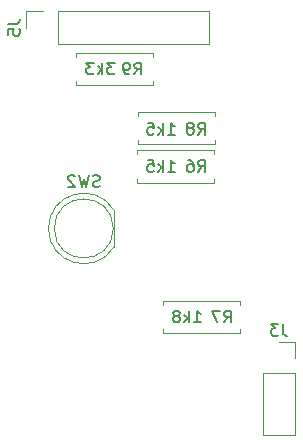
<source format=gbr>
%TF.GenerationSoftware,KiCad,Pcbnew,9.0.7*%
%TF.CreationDate,2026-01-25T23:07:14+01:00*%
%TF.ProjectId,DiceDIP_UpperPart,44696365-4449-4505-9f55-707065725061,rev?*%
%TF.SameCoordinates,Original*%
%TF.FileFunction,Legend,Bot*%
%TF.FilePolarity,Positive*%
%FSLAX46Y46*%
G04 Gerber Fmt 4.6, Leading zero omitted, Abs format (unit mm)*
G04 Created by KiCad (PCBNEW 9.0.7) date 2026-01-25 23:07:14*
%MOMM*%
%LPD*%
G01*
G04 APERTURE LIST*
%ADD10C,0.150000*%
%ADD11C,0.120000*%
G04 APERTURE END LIST*
D10*
X130333333Y-103074819D02*
X130333333Y-103789104D01*
X130333333Y-103789104D02*
X130380952Y-103931961D01*
X130380952Y-103931961D02*
X130476190Y-104027200D01*
X130476190Y-104027200D02*
X130619047Y-104074819D01*
X130619047Y-104074819D02*
X130714285Y-104074819D01*
X129952380Y-103074819D02*
X129333333Y-103074819D01*
X129333333Y-103074819D02*
X129666666Y-103455771D01*
X129666666Y-103455771D02*
X129523809Y-103455771D01*
X129523809Y-103455771D02*
X129428571Y-103503390D01*
X129428571Y-103503390D02*
X129380952Y-103551009D01*
X129380952Y-103551009D02*
X129333333Y-103646247D01*
X129333333Y-103646247D02*
X129333333Y-103884342D01*
X129333333Y-103884342D02*
X129380952Y-103979580D01*
X129380952Y-103979580D02*
X129428571Y-104027200D01*
X129428571Y-104027200D02*
X129523809Y-104074819D01*
X129523809Y-104074819D02*
X129809523Y-104074819D01*
X129809523Y-104074819D02*
X129904761Y-104027200D01*
X129904761Y-104027200D02*
X129952380Y-103979580D01*
X125366666Y-102954819D02*
X125699999Y-102478628D01*
X125938094Y-102954819D02*
X125938094Y-101954819D01*
X125938094Y-101954819D02*
X125557142Y-101954819D01*
X125557142Y-101954819D02*
X125461904Y-102002438D01*
X125461904Y-102002438D02*
X125414285Y-102050057D01*
X125414285Y-102050057D02*
X125366666Y-102145295D01*
X125366666Y-102145295D02*
X125366666Y-102288152D01*
X125366666Y-102288152D02*
X125414285Y-102383390D01*
X125414285Y-102383390D02*
X125461904Y-102431009D01*
X125461904Y-102431009D02*
X125557142Y-102478628D01*
X125557142Y-102478628D02*
X125938094Y-102478628D01*
X125033332Y-101954819D02*
X124366666Y-101954819D01*
X124366666Y-101954819D02*
X124795237Y-102954819D01*
X122795238Y-102954819D02*
X123366666Y-102954819D01*
X123080952Y-102954819D02*
X123080952Y-101954819D01*
X123080952Y-101954819D02*
X123176190Y-102097676D01*
X123176190Y-102097676D02*
X123271428Y-102192914D01*
X123271428Y-102192914D02*
X123366666Y-102240533D01*
X122366666Y-102954819D02*
X122366666Y-101954819D01*
X122271428Y-102573866D02*
X121985714Y-102954819D01*
X121985714Y-102288152D02*
X122366666Y-102669104D01*
X121414285Y-102383390D02*
X121509523Y-102335771D01*
X121509523Y-102335771D02*
X121557142Y-102288152D01*
X121557142Y-102288152D02*
X121604761Y-102192914D01*
X121604761Y-102192914D02*
X121604761Y-102145295D01*
X121604761Y-102145295D02*
X121557142Y-102050057D01*
X121557142Y-102050057D02*
X121509523Y-102002438D01*
X121509523Y-102002438D02*
X121414285Y-101954819D01*
X121414285Y-101954819D02*
X121223809Y-101954819D01*
X121223809Y-101954819D02*
X121128571Y-102002438D01*
X121128571Y-102002438D02*
X121080952Y-102050057D01*
X121080952Y-102050057D02*
X121033333Y-102145295D01*
X121033333Y-102145295D02*
X121033333Y-102192914D01*
X121033333Y-102192914D02*
X121080952Y-102288152D01*
X121080952Y-102288152D02*
X121128571Y-102335771D01*
X121128571Y-102335771D02*
X121223809Y-102383390D01*
X121223809Y-102383390D02*
X121414285Y-102383390D01*
X121414285Y-102383390D02*
X121509523Y-102431009D01*
X121509523Y-102431009D02*
X121557142Y-102478628D01*
X121557142Y-102478628D02*
X121604761Y-102573866D01*
X121604761Y-102573866D02*
X121604761Y-102764342D01*
X121604761Y-102764342D02*
X121557142Y-102859580D01*
X121557142Y-102859580D02*
X121509523Y-102907200D01*
X121509523Y-102907200D02*
X121414285Y-102954819D01*
X121414285Y-102954819D02*
X121223809Y-102954819D01*
X121223809Y-102954819D02*
X121128571Y-102907200D01*
X121128571Y-102907200D02*
X121080952Y-102859580D01*
X121080952Y-102859580D02*
X121033333Y-102764342D01*
X121033333Y-102764342D02*
X121033333Y-102573866D01*
X121033333Y-102573866D02*
X121080952Y-102478628D01*
X121080952Y-102478628D02*
X121128571Y-102431009D01*
X121128571Y-102431009D02*
X121223809Y-102383390D01*
X107074819Y-77666666D02*
X107789104Y-77666666D01*
X107789104Y-77666666D02*
X107931961Y-77619047D01*
X107931961Y-77619047D02*
X108027200Y-77523809D01*
X108027200Y-77523809D02*
X108074819Y-77380952D01*
X108074819Y-77380952D02*
X108074819Y-77285714D01*
X107074819Y-78619047D02*
X107074819Y-78142857D01*
X107074819Y-78142857D02*
X107551009Y-78095238D01*
X107551009Y-78095238D02*
X107503390Y-78142857D01*
X107503390Y-78142857D02*
X107455771Y-78238095D01*
X107455771Y-78238095D02*
X107455771Y-78476190D01*
X107455771Y-78476190D02*
X107503390Y-78571428D01*
X107503390Y-78571428D02*
X107551009Y-78619047D01*
X107551009Y-78619047D02*
X107646247Y-78666666D01*
X107646247Y-78666666D02*
X107884342Y-78666666D01*
X107884342Y-78666666D02*
X107979580Y-78619047D01*
X107979580Y-78619047D02*
X108027200Y-78571428D01*
X108027200Y-78571428D02*
X108074819Y-78476190D01*
X108074819Y-78476190D02*
X108074819Y-78238095D01*
X108074819Y-78238095D02*
X108027200Y-78142857D01*
X108027200Y-78142857D02*
X107979580Y-78095238D01*
X114813332Y-91447200D02*
X114670475Y-91494819D01*
X114670475Y-91494819D02*
X114432380Y-91494819D01*
X114432380Y-91494819D02*
X114337142Y-91447200D01*
X114337142Y-91447200D02*
X114289523Y-91399580D01*
X114289523Y-91399580D02*
X114241904Y-91304342D01*
X114241904Y-91304342D02*
X114241904Y-91209104D01*
X114241904Y-91209104D02*
X114289523Y-91113866D01*
X114289523Y-91113866D02*
X114337142Y-91066247D01*
X114337142Y-91066247D02*
X114432380Y-91018628D01*
X114432380Y-91018628D02*
X114622856Y-90971009D01*
X114622856Y-90971009D02*
X114718094Y-90923390D01*
X114718094Y-90923390D02*
X114765713Y-90875771D01*
X114765713Y-90875771D02*
X114813332Y-90780533D01*
X114813332Y-90780533D02*
X114813332Y-90685295D01*
X114813332Y-90685295D02*
X114765713Y-90590057D01*
X114765713Y-90590057D02*
X114718094Y-90542438D01*
X114718094Y-90542438D02*
X114622856Y-90494819D01*
X114622856Y-90494819D02*
X114384761Y-90494819D01*
X114384761Y-90494819D02*
X114241904Y-90542438D01*
X113908570Y-90494819D02*
X113670475Y-91494819D01*
X113670475Y-91494819D02*
X113479999Y-90780533D01*
X113479999Y-90780533D02*
X113289523Y-91494819D01*
X113289523Y-91494819D02*
X113051428Y-90494819D01*
X112718094Y-90590057D02*
X112670475Y-90542438D01*
X112670475Y-90542438D02*
X112575237Y-90494819D01*
X112575237Y-90494819D02*
X112337142Y-90494819D01*
X112337142Y-90494819D02*
X112241904Y-90542438D01*
X112241904Y-90542438D02*
X112194285Y-90590057D01*
X112194285Y-90590057D02*
X112146666Y-90685295D01*
X112146666Y-90685295D02*
X112146666Y-90780533D01*
X112146666Y-90780533D02*
X112194285Y-90923390D01*
X112194285Y-90923390D02*
X112765713Y-91494819D01*
X112765713Y-91494819D02*
X112146666Y-91494819D01*
X123166666Y-87054819D02*
X123499999Y-86578628D01*
X123738094Y-87054819D02*
X123738094Y-86054819D01*
X123738094Y-86054819D02*
X123357142Y-86054819D01*
X123357142Y-86054819D02*
X123261904Y-86102438D01*
X123261904Y-86102438D02*
X123214285Y-86150057D01*
X123214285Y-86150057D02*
X123166666Y-86245295D01*
X123166666Y-86245295D02*
X123166666Y-86388152D01*
X123166666Y-86388152D02*
X123214285Y-86483390D01*
X123214285Y-86483390D02*
X123261904Y-86531009D01*
X123261904Y-86531009D02*
X123357142Y-86578628D01*
X123357142Y-86578628D02*
X123738094Y-86578628D01*
X122595237Y-86483390D02*
X122690475Y-86435771D01*
X122690475Y-86435771D02*
X122738094Y-86388152D01*
X122738094Y-86388152D02*
X122785713Y-86292914D01*
X122785713Y-86292914D02*
X122785713Y-86245295D01*
X122785713Y-86245295D02*
X122738094Y-86150057D01*
X122738094Y-86150057D02*
X122690475Y-86102438D01*
X122690475Y-86102438D02*
X122595237Y-86054819D01*
X122595237Y-86054819D02*
X122404761Y-86054819D01*
X122404761Y-86054819D02*
X122309523Y-86102438D01*
X122309523Y-86102438D02*
X122261904Y-86150057D01*
X122261904Y-86150057D02*
X122214285Y-86245295D01*
X122214285Y-86245295D02*
X122214285Y-86292914D01*
X122214285Y-86292914D02*
X122261904Y-86388152D01*
X122261904Y-86388152D02*
X122309523Y-86435771D01*
X122309523Y-86435771D02*
X122404761Y-86483390D01*
X122404761Y-86483390D02*
X122595237Y-86483390D01*
X122595237Y-86483390D02*
X122690475Y-86531009D01*
X122690475Y-86531009D02*
X122738094Y-86578628D01*
X122738094Y-86578628D02*
X122785713Y-86673866D01*
X122785713Y-86673866D02*
X122785713Y-86864342D01*
X122785713Y-86864342D02*
X122738094Y-86959580D01*
X122738094Y-86959580D02*
X122690475Y-87007200D01*
X122690475Y-87007200D02*
X122595237Y-87054819D01*
X122595237Y-87054819D02*
X122404761Y-87054819D01*
X122404761Y-87054819D02*
X122309523Y-87007200D01*
X122309523Y-87007200D02*
X122261904Y-86959580D01*
X122261904Y-86959580D02*
X122214285Y-86864342D01*
X122214285Y-86864342D02*
X122214285Y-86673866D01*
X122214285Y-86673866D02*
X122261904Y-86578628D01*
X122261904Y-86578628D02*
X122309523Y-86531009D01*
X122309523Y-86531009D02*
X122404761Y-86483390D01*
X120595238Y-87054819D02*
X121166666Y-87054819D01*
X120880952Y-87054819D02*
X120880952Y-86054819D01*
X120880952Y-86054819D02*
X120976190Y-86197676D01*
X120976190Y-86197676D02*
X121071428Y-86292914D01*
X121071428Y-86292914D02*
X121166666Y-86340533D01*
X120166666Y-87054819D02*
X120166666Y-86054819D01*
X120071428Y-86673866D02*
X119785714Y-87054819D01*
X119785714Y-86388152D02*
X120166666Y-86769104D01*
X118880952Y-86054819D02*
X119357142Y-86054819D01*
X119357142Y-86054819D02*
X119404761Y-86531009D01*
X119404761Y-86531009D02*
X119357142Y-86483390D01*
X119357142Y-86483390D02*
X119261904Y-86435771D01*
X119261904Y-86435771D02*
X119023809Y-86435771D01*
X119023809Y-86435771D02*
X118928571Y-86483390D01*
X118928571Y-86483390D02*
X118880952Y-86531009D01*
X118880952Y-86531009D02*
X118833333Y-86626247D01*
X118833333Y-86626247D02*
X118833333Y-86864342D01*
X118833333Y-86864342D02*
X118880952Y-86959580D01*
X118880952Y-86959580D02*
X118928571Y-87007200D01*
X118928571Y-87007200D02*
X119023809Y-87054819D01*
X119023809Y-87054819D02*
X119261904Y-87054819D01*
X119261904Y-87054819D02*
X119357142Y-87007200D01*
X119357142Y-87007200D02*
X119404761Y-86959580D01*
X123166666Y-90204819D02*
X123499999Y-89728628D01*
X123738094Y-90204819D02*
X123738094Y-89204819D01*
X123738094Y-89204819D02*
X123357142Y-89204819D01*
X123357142Y-89204819D02*
X123261904Y-89252438D01*
X123261904Y-89252438D02*
X123214285Y-89300057D01*
X123214285Y-89300057D02*
X123166666Y-89395295D01*
X123166666Y-89395295D02*
X123166666Y-89538152D01*
X123166666Y-89538152D02*
X123214285Y-89633390D01*
X123214285Y-89633390D02*
X123261904Y-89681009D01*
X123261904Y-89681009D02*
X123357142Y-89728628D01*
X123357142Y-89728628D02*
X123738094Y-89728628D01*
X122309523Y-89204819D02*
X122499999Y-89204819D01*
X122499999Y-89204819D02*
X122595237Y-89252438D01*
X122595237Y-89252438D02*
X122642856Y-89300057D01*
X122642856Y-89300057D02*
X122738094Y-89442914D01*
X122738094Y-89442914D02*
X122785713Y-89633390D01*
X122785713Y-89633390D02*
X122785713Y-90014342D01*
X122785713Y-90014342D02*
X122738094Y-90109580D01*
X122738094Y-90109580D02*
X122690475Y-90157200D01*
X122690475Y-90157200D02*
X122595237Y-90204819D01*
X122595237Y-90204819D02*
X122404761Y-90204819D01*
X122404761Y-90204819D02*
X122309523Y-90157200D01*
X122309523Y-90157200D02*
X122261904Y-90109580D01*
X122261904Y-90109580D02*
X122214285Y-90014342D01*
X122214285Y-90014342D02*
X122214285Y-89776247D01*
X122214285Y-89776247D02*
X122261904Y-89681009D01*
X122261904Y-89681009D02*
X122309523Y-89633390D01*
X122309523Y-89633390D02*
X122404761Y-89585771D01*
X122404761Y-89585771D02*
X122595237Y-89585771D01*
X122595237Y-89585771D02*
X122690475Y-89633390D01*
X122690475Y-89633390D02*
X122738094Y-89681009D01*
X122738094Y-89681009D02*
X122785713Y-89776247D01*
X120595238Y-90204819D02*
X121166666Y-90204819D01*
X120880952Y-90204819D02*
X120880952Y-89204819D01*
X120880952Y-89204819D02*
X120976190Y-89347676D01*
X120976190Y-89347676D02*
X121071428Y-89442914D01*
X121071428Y-89442914D02*
X121166666Y-89490533D01*
X120166666Y-90204819D02*
X120166666Y-89204819D01*
X120071428Y-89823866D02*
X119785714Y-90204819D01*
X119785714Y-89538152D02*
X120166666Y-89919104D01*
X118880952Y-89204819D02*
X119357142Y-89204819D01*
X119357142Y-89204819D02*
X119404761Y-89681009D01*
X119404761Y-89681009D02*
X119357142Y-89633390D01*
X119357142Y-89633390D02*
X119261904Y-89585771D01*
X119261904Y-89585771D02*
X119023809Y-89585771D01*
X119023809Y-89585771D02*
X118928571Y-89633390D01*
X118928571Y-89633390D02*
X118880952Y-89681009D01*
X118880952Y-89681009D02*
X118833333Y-89776247D01*
X118833333Y-89776247D02*
X118833333Y-90014342D01*
X118833333Y-90014342D02*
X118880952Y-90109580D01*
X118880952Y-90109580D02*
X118928571Y-90157200D01*
X118928571Y-90157200D02*
X119023809Y-90204819D01*
X119023809Y-90204819D02*
X119261904Y-90204819D01*
X119261904Y-90204819D02*
X119357142Y-90157200D01*
X119357142Y-90157200D02*
X119404761Y-90109580D01*
X117766666Y-81954819D02*
X118099999Y-81478628D01*
X118338094Y-81954819D02*
X118338094Y-80954819D01*
X118338094Y-80954819D02*
X117957142Y-80954819D01*
X117957142Y-80954819D02*
X117861904Y-81002438D01*
X117861904Y-81002438D02*
X117814285Y-81050057D01*
X117814285Y-81050057D02*
X117766666Y-81145295D01*
X117766666Y-81145295D02*
X117766666Y-81288152D01*
X117766666Y-81288152D02*
X117814285Y-81383390D01*
X117814285Y-81383390D02*
X117861904Y-81431009D01*
X117861904Y-81431009D02*
X117957142Y-81478628D01*
X117957142Y-81478628D02*
X118338094Y-81478628D01*
X117290475Y-81954819D02*
X117099999Y-81954819D01*
X117099999Y-81954819D02*
X117004761Y-81907200D01*
X117004761Y-81907200D02*
X116957142Y-81859580D01*
X116957142Y-81859580D02*
X116861904Y-81716723D01*
X116861904Y-81716723D02*
X116814285Y-81526247D01*
X116814285Y-81526247D02*
X116814285Y-81145295D01*
X116814285Y-81145295D02*
X116861904Y-81050057D01*
X116861904Y-81050057D02*
X116909523Y-81002438D01*
X116909523Y-81002438D02*
X117004761Y-80954819D01*
X117004761Y-80954819D02*
X117195237Y-80954819D01*
X117195237Y-80954819D02*
X117290475Y-81002438D01*
X117290475Y-81002438D02*
X117338094Y-81050057D01*
X117338094Y-81050057D02*
X117385713Y-81145295D01*
X117385713Y-81145295D02*
X117385713Y-81383390D01*
X117385713Y-81383390D02*
X117338094Y-81478628D01*
X117338094Y-81478628D02*
X117290475Y-81526247D01*
X117290475Y-81526247D02*
X117195237Y-81573866D01*
X117195237Y-81573866D02*
X117004761Y-81573866D01*
X117004761Y-81573866D02*
X116909523Y-81526247D01*
X116909523Y-81526247D02*
X116861904Y-81478628D01*
X116861904Y-81478628D02*
X116814285Y-81383390D01*
X116084285Y-80954819D02*
X115465238Y-80954819D01*
X115465238Y-80954819D02*
X115798571Y-81335771D01*
X115798571Y-81335771D02*
X115655714Y-81335771D01*
X115655714Y-81335771D02*
X115560476Y-81383390D01*
X115560476Y-81383390D02*
X115512857Y-81431009D01*
X115512857Y-81431009D02*
X115465238Y-81526247D01*
X115465238Y-81526247D02*
X115465238Y-81764342D01*
X115465238Y-81764342D02*
X115512857Y-81859580D01*
X115512857Y-81859580D02*
X115560476Y-81907200D01*
X115560476Y-81907200D02*
X115655714Y-81954819D01*
X115655714Y-81954819D02*
X115941428Y-81954819D01*
X115941428Y-81954819D02*
X116036666Y-81907200D01*
X116036666Y-81907200D02*
X116084285Y-81859580D01*
X115036666Y-81954819D02*
X115036666Y-80954819D01*
X114941428Y-81573866D02*
X114655714Y-81954819D01*
X114655714Y-81288152D02*
X115036666Y-81669104D01*
X114322380Y-80954819D02*
X113703333Y-80954819D01*
X113703333Y-80954819D02*
X114036666Y-81335771D01*
X114036666Y-81335771D02*
X113893809Y-81335771D01*
X113893809Y-81335771D02*
X113798571Y-81383390D01*
X113798571Y-81383390D02*
X113750952Y-81431009D01*
X113750952Y-81431009D02*
X113703333Y-81526247D01*
X113703333Y-81526247D02*
X113703333Y-81764342D01*
X113703333Y-81764342D02*
X113750952Y-81859580D01*
X113750952Y-81859580D02*
X113798571Y-81907200D01*
X113798571Y-81907200D02*
X113893809Y-81954819D01*
X113893809Y-81954819D02*
X114179523Y-81954819D01*
X114179523Y-81954819D02*
X114274761Y-81907200D01*
X114274761Y-81907200D02*
X114322380Y-81859580D01*
D11*
%TO.C,J3*%
X128620000Y-107270000D02*
X128620000Y-112460000D01*
X131380000Y-104620000D02*
X130000000Y-104620000D01*
X131380000Y-106000000D02*
X131380000Y-104620000D01*
X131380000Y-107270000D02*
X128620000Y-107270000D01*
X131380000Y-107270000D02*
X131380000Y-112460000D01*
X131380000Y-112460000D02*
X128620000Y-112460000D01*
%TO.C,R7*%
X120170000Y-101130000D02*
X126710000Y-101130000D01*
X120170000Y-101460000D02*
X120170000Y-101130000D01*
X120170000Y-103540000D02*
X120170000Y-103870000D01*
X120170000Y-103870000D02*
X126710000Y-103870000D01*
X126710000Y-101130000D02*
X126710000Y-101460000D01*
X126710000Y-103870000D02*
X126710000Y-103540000D01*
%TO.C,J5*%
X108620000Y-76620000D02*
X108620000Y-78000000D01*
X110000000Y-76620000D02*
X108620000Y-76620000D01*
X111270000Y-76620000D02*
X111270000Y-79380000D01*
X111270000Y-76620000D02*
X124080000Y-76620000D01*
X111270000Y-79380000D02*
X124080000Y-79380000D01*
X124080000Y-76620000D02*
X124080000Y-79380000D01*
%TO.C,SW2*%
X116040000Y-93455000D02*
X116040000Y-96545000D01*
X110490000Y-95000000D02*
G75*
G02*
X116040000Y-93455170I2990000J0D01*
G01*
X116040000Y-96544830D02*
G75*
G02*
X110490000Y-95000000I-2560000J1544830D01*
G01*
X115980000Y-95000000D02*
G75*
G02*
X110980000Y-95000000I-2500000J0D01*
G01*
X110980000Y-95000000D02*
G75*
G02*
X115980000Y-95000000I2500000J0D01*
G01*
%TO.C,R8*%
X118040000Y-85130000D02*
X124580000Y-85130000D01*
X118040000Y-85460000D02*
X118040000Y-85130000D01*
X118040000Y-87540000D02*
X118040000Y-87870000D01*
X118040000Y-87870000D02*
X124580000Y-87870000D01*
X124580000Y-85130000D02*
X124580000Y-85460000D01*
X124580000Y-87870000D02*
X124580000Y-87540000D01*
%TO.C,R6*%
X117980000Y-88380000D02*
X124520000Y-88380000D01*
X117980000Y-88710000D02*
X117980000Y-88380000D01*
X117980000Y-90790000D02*
X117980000Y-91120000D01*
X117980000Y-91120000D02*
X124520000Y-91120000D01*
X124520000Y-88380000D02*
X124520000Y-88710000D01*
X124520000Y-91120000D02*
X124520000Y-90790000D01*
%TO.C,R9*%
X112790000Y-80130000D02*
X112790000Y-80460000D01*
X112790000Y-82870000D02*
X112790000Y-82540000D01*
X119330000Y-80130000D02*
X112790000Y-80130000D01*
X119330000Y-80460000D02*
X119330000Y-80130000D01*
X119330000Y-82540000D02*
X119330000Y-82870000D01*
X119330000Y-82870000D02*
X112790000Y-82870000D01*
%TD*%
M02*

</source>
